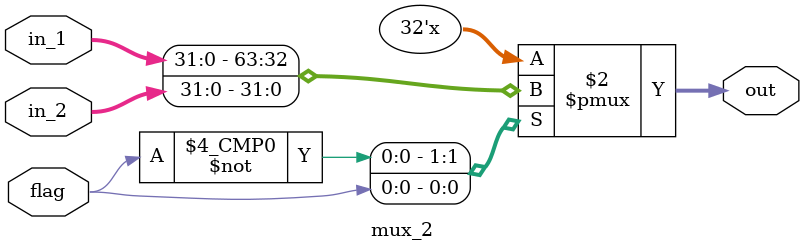
<source format=v>
module mux_2(in_1, in_2, out, flag);
	
	input [31:0] in_1, in_2;
	input flag;  
	
	output reg [31:0] out;
	
	always @ (*)
	begin
		case(flag)
			0: out = in_1;
			1: out = in_2;
		endcase
	end
	
endmodule
</source>
